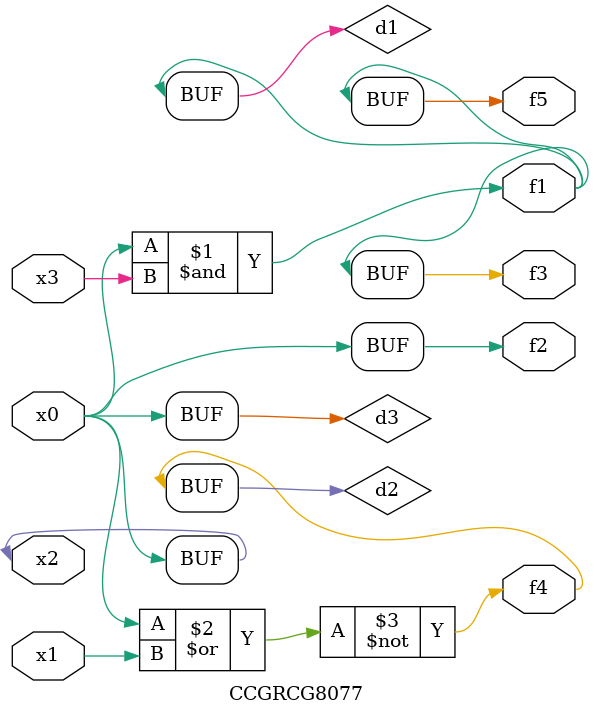
<source format=v>
module CCGRCG8077(
	input x0, x1, x2, x3,
	output f1, f2, f3, f4, f5
);

	wire d1, d2, d3;

	and (d1, x2, x3);
	nor (d2, x0, x1);
	buf (d3, x0, x2);
	assign f1 = d1;
	assign f2 = d3;
	assign f3 = d1;
	assign f4 = d2;
	assign f5 = d1;
endmodule

</source>
